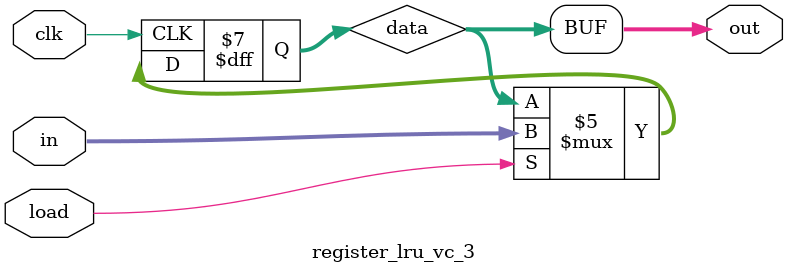
<source format=sv>
module register_lru_vc_3 #(parameter width = 16)
(
    input clk,
    input load,
    input [width-1:0] in,
    output logic [width-1:0] out
);

logic [width-1:0] data;

/* Altera device registers are 0 at power on. Specify this
 * so that Modelsim works as expected.
 */
initial
begin
	data = 2'b11;
end

always_ff @(posedge clk)
begin
    if (load)
    begin
        data = in;
    end
end

always_comb
begin
    out = data;
end

endmodule : register_lru_vc_3

</source>
